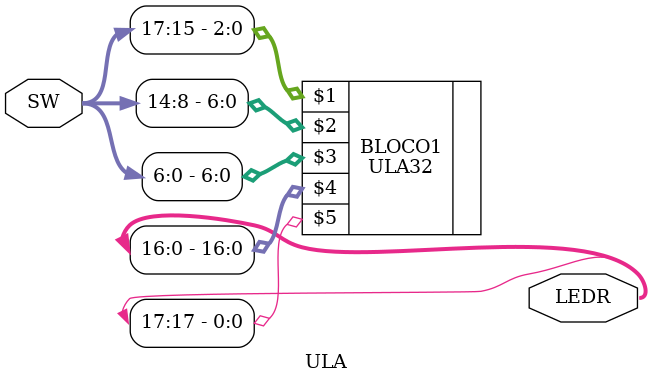
<source format=v>
module ULA(SW, LEDR);
input [17:0]SW;
output[17:0]LEDR;
	
//(sc, a, b, saida, overflow);
ULA32 BLOCO1(SW[17:15], SW[14:8], SW[6:0], LEDR[16:0], LEDR[17]);

endmodule	
</source>
